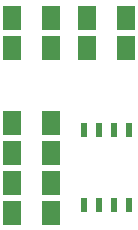
<source format=gtp>
G04 (created by PCBNEW (2013-07-07 BZR 4022)-stable) date 11/02/2015 12:54:40 PM*
%MOIN*%
G04 Gerber Fmt 3.4, Leading zero omitted, Abs format*
%FSLAX34Y34*%
G01*
G70*
G90*
G04 APERTURE LIST*
%ADD10C,0.00590551*%
%ADD11R,0.02X0.045*%
%ADD12R,0.06X0.08*%
G04 APERTURE END LIST*
G54D10*
G54D11*
X12550Y-11050D03*
X13050Y-11050D03*
X13550Y-11050D03*
X14050Y-11050D03*
X14050Y-13550D03*
X13550Y-13550D03*
X13050Y-13550D03*
X12550Y-13550D03*
G54D12*
X10150Y-12800D03*
X11450Y-12800D03*
X10150Y-11800D03*
X11450Y-11800D03*
X11450Y-10800D03*
X10150Y-10800D03*
X10150Y-13800D03*
X11450Y-13800D03*
X13950Y-8300D03*
X12650Y-8300D03*
X11450Y-7300D03*
X10150Y-7300D03*
X12650Y-7300D03*
X13950Y-7300D03*
X11450Y-8300D03*
X10150Y-8300D03*
M02*

</source>
